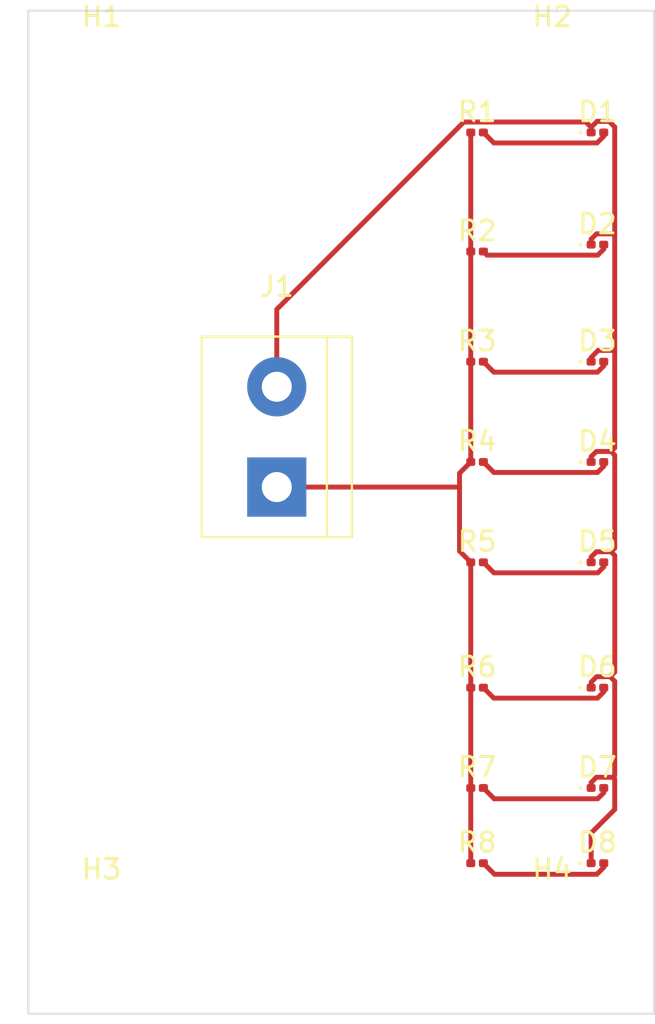
<source format=kicad_pcb>
(kicad_pcb (version 20211014) (generator pcbnew)
  (layers (0 "F.Cu" signal) (31 "B.Cu" signal) (34 "B.Paste" user) (35 "F.Paste" user) (36 "B.SilkS" user "B.Silkscreen") (37 "F.SilkS" user "F.Silkscreen") (38 "B.Mask" user) (39 "F.Mask" user) (44 "Edge.Cuts" user))
  (net 0 "")
  (net 1 "GND")
  (net 2 "Net-(D1-Pad2)")
  (net 3 "Net-(D2-Pad2)")
  (net 4 "Net-(D3-Pad2)")
  (net 5 "Net-(D4-Pad2)")
  (net 6 "Net-(D5-Pad2)")
  (net 7 "Net-(D6-Pad2)")
  (net 8 "Net-(D7-Pad2)")
  (net 9 "Net-(D8-Pad2)")
  (net 10 "VCC")
  (footprint "Resistor_SMD:R_0201_0603Metric" (layer "F.Cu") (at 107.95 128.09)
    (fp_text reference "R1" (at 0 -1.05) (layer "F.SilkS"))
    (fp_text value "330")
    (pad "1" smd roundrect (at -0.32 0) (size 0.46 0.4) (layers "F.Cu" "F.Mask") (net 10 "VCC"))
    (pad "2" smd roundrect (at 0.32 0) (size 0.46 0.4) (layers "F.Cu" "F.Mask") (net 2 "Net-(D1-Pad2)"))
  )
  (footprint "Resistor_SMD:R_0201_0603Metric" (layer "F.Cu") (at 107.95 139.7)
    (fp_text reference "R3" (at 0 -1.05) (layer "F.SilkS"))
    (fp_text value "330")
    (pad "1" smd roundrect (at -0.32 0) (size 0.46 0.4) (layers "F.Cu" "F.Mask") (net 10 "VCC"))
    (pad "2" smd roundrect (at 0.32 0) (size 0.46 0.4) (layers "F.Cu" "F.Mask") (net 4 "Net-(D3-Pad2)"))
  )
  (footprint "MountingHole:MountingHole_2.5mm" (layer "F.Cu") (at 111.76 125.73)
    (fp_text reference "H2" (at 0 -3.5) (layer "F.SilkS"))
    (fp_text value "MountingHole")
    (pad "" np_thru_hole circle (at 0 0) (size 2.5 2.5) (drill 2.5) (layers *.Cu *.Mask))
  )
  (footprint "Resistor_SMD:R_0201_0603Metric" (layer "F.Cu") (at 107.95 149.86)
    (fp_text reference "R5" (at 0 -1.05) (layer "F.SilkS"))
    (fp_text value "330")
    (pad "1" smd roundrect (at -0.32 0) (size 0.46 0.4) (layers "F.Cu" "F.Mask") (net 10 "VCC"))
    (pad "2" smd roundrect (at 0.32 0) (size 0.46 0.4) (layers "F.Cu" "F.Mask") (net 6 "Net-(D5-Pad2)"))
  )
  (footprint "LED_SMD:LED_0201_0603Metric" (layer "F.Cu") (at 114.055 161.29)
    (fp_text reference "D7" (at 0 -1.05) (layer "F.SilkS"))
    (fp_text value "LED")
    (fp_circle (center -0.86 0) (end -0.81 0) (layer "F.SilkS") (width 0.1) (fill none))
    (pad "1" smd roundrect (at -0.32 0) (size 0.46 0.4) (layers "F.Cu" "F.Mask") (net 1 "GND"))
    (pad "2" smd roundrect (at 0.32 0) (size 0.46 0.4) (layers "F.Cu" "F.Mask") (net 8 "Net-(D7-Pad2)"))
  )
  (footprint "LED_SMD:LED_0201_0603Metric" (layer "F.Cu") (at 114.055 165.1)
    (fp_text reference "D8" (at 0 -1.05) (layer "F.SilkS"))
    (fp_text value "LED")
    (fp_circle (center -0.86 0) (end -0.81 0) (layer "F.SilkS") (width 0.1) (fill none))
    (pad "1" smd roundrect (at -0.32 0) (size 0.46 0.4) (layers "F.Cu" "F.Mask") (net 1 "GND"))
    (pad "2" smd roundrect (at 0.32 0) (size 0.46 0.4) (layers "F.Cu" "F.Mask") (net 9 "Net-(D8-Pad2)"))
  )
  (footprint "Resistor_SMD:R_0201_0603Metric" (layer "F.Cu") (at 107.95 156.21)
    (fp_text reference "R6" (at 0 -1.05) (layer "F.SilkS"))
    (fp_text value "330")
    (pad "1" smd roundrect (at -0.32 0) (size 0.46 0.4) (layers "F.Cu" "F.Mask") (net 10 "VCC"))
    (pad "2" smd roundrect (at 0.32 0) (size 0.46 0.4) (layers "F.Cu" "F.Mask") (net 7 "Net-(D6-Pad2)"))
  )
  (footprint "LED_SMD:LED_0201_0603Metric" (layer "F.Cu") (at 114.055 133.77)
    (fp_text reference "D2" (at 0 -1.05) (layer "F.SilkS"))
    (fp_text value "LED")
    (fp_circle (center -0.86 0) (end -0.81 0) (layer "F.SilkS") (width 0.1) (fill none))
    (pad "1" smd roundrect (at -0.32 0) (size 0.46 0.4) (layers "F.Cu" "F.Mask") (net 1 "GND"))
    (pad "2" smd roundrect (at 0.32 0) (size 0.46 0.4) (layers "F.Cu" "F.Mask") (net 3 "Net-(D2-Pad2)"))
  )
  (footprint "Resistor_SMD:R_0201_0603Metric" (layer "F.Cu") (at 107.95 161.29)
    (fp_text reference "R7" (at 0 -1.05) (layer "F.SilkS"))
    (fp_text value "330")
    (pad "1" smd roundrect (at -0.32 0) (size 0.46 0.4) (layers "F.Cu" "F.Mask") (net 10 "VCC"))
    (pad "2" smd roundrect (at 0.32 0) (size 0.46 0.4) (layers "F.Cu" "F.Mask") (net 8 "Net-(D7-Pad2)"))
  )
  (footprint "Resistor_SMD:R_0201_0603Metric" (layer "F.Cu") (at 107.95 134.12)
    (fp_text reference "R2" (at 0 -1.05) (layer "F.SilkS"))
    (fp_text value "330")
    (pad "1" smd roundrect (at -0.32 0) (size 0.46 0.4) (layers "F.Cu" "F.Mask") (net 10 "VCC"))
    (pad "2" smd roundrect (at 0.32 0) (size 0.46 0.4) (layers "F.Cu" "F.Mask") (net 3 "Net-(D2-Pad2)"))
  )
  (footprint "LED_SMD:LED_0201_0603Metric" (layer "F.Cu") (at 114.055 156.21)
    (fp_text reference "D6" (at 0 -1.05) (layer "F.SilkS"))
    (fp_text value "LED")
    (fp_circle (center -0.86 0) (end -0.81 0) (layer "F.SilkS") (width 0.1) (fill none))
    (pad "1" smd roundrect (at -0.32 0) (size 0.46 0.4) (layers "F.Cu" "F.Mask") (net 1 "GND"))
    (pad "2" smd roundrect (at 0.32 0) (size 0.46 0.4) (layers "F.Cu" "F.Mask") (net 7 "Net-(D6-Pad2)"))
  )
  (footprint "LED_SMD:LED_0201_0603Metric" (layer "F.Cu") (at 114.055 139.7)
    (fp_text reference "D3" (at 0 -1.05) (layer "F.SilkS"))
    (fp_text value "LED")
    (fp_circle (center -0.86 0) (end -0.81 0) (layer "F.SilkS") (width 0.1) (fill none))
    (pad "1" smd roundrect (at -0.32 0) (size 0.46 0.4) (layers "F.Cu" "F.Mask") (net 1 "GND"))
    (pad "2" smd roundrect (at 0.32 0) (size 0.46 0.4) (layers "F.Cu" "F.Mask") (net 4 "Net-(D3-Pad2)"))
  )
  (footprint "MountingHole:MountingHole_2.5mm" (layer "F.Cu") (at 88.9 125.73)
    (fp_text reference "H1" (at 0 -3.5) (layer "F.SilkS"))
    (fp_text value "MountingHole")
    (pad "" np_thru_hole circle (at 0 0) (size 2.5 2.5) (drill 2.5) (layers *.Cu *.Mask))
  )
  (footprint "LED_SMD:LED_0201_0603Metric" (layer "F.Cu") (at 114.055 144.78)
    (fp_text reference "D4" (at 0 -1.05) (layer "F.SilkS"))
    (fp_text value "LED")
    (fp_circle (center -0.86 0) (end -0.81 0) (layer "F.SilkS") (width 0.1) (fill none))
    (pad "1" smd roundrect (at -0.32 0) (size 0.46 0.4) (layers "F.Cu" "F.Mask") (net 1 "GND"))
    (pad "2" smd roundrect (at 0.32 0) (size 0.46 0.4) (layers "F.Cu" "F.Mask") (net 5 "Net-(D4-Pad2)"))
  )
  (footprint "LED_SMD:LED_0201_0603Metric" (layer "F.Cu") (at 114.055 149.86)
    (fp_text reference "D5" (at 0 -1.05) (layer "F.SilkS"))
    (fp_text value "LED")
    (fp_circle (center -0.86 0) (end -0.81 0) (layer "F.SilkS") (width 0.1) (fill none))
    (pad "1" smd roundrect (at -0.32 0) (size 0.46 0.4) (layers "F.Cu" "F.Mask") (net 1 "GND"))
    (pad "2" smd roundrect (at 0.32 0) (size 0.46 0.4) (layers "F.Cu" "F.Mask") (net 6 "Net-(D5-Pad2)"))
  )
  (footprint "Resistor_SMD:R_0201_0603Metric" (layer "F.Cu") (at 107.95 165.1)
    (fp_text reference "R8" (at 0 -1.05) (layer "F.SilkS"))
    (fp_text value "330")
    (pad "1" smd roundrect (at -0.32 0) (size 0.46 0.4) (layers "F.Cu" "F.Mask") (net 10 "VCC"))
    (pad "2" smd roundrect (at 0.32 0) (size 0.46 0.4) (layers "F.Cu" "F.Mask") (net 9 "Net-(D8-Pad2)"))
  )
  (footprint "LED_SMD:LED_0201_0603Metric" (layer "F.Cu") (at 114.055 128.09)
    (fp_text reference "D1" (at 0 -1.05) (layer "F.SilkS"))
    (fp_text value "LED")
    (fp_circle (center -0.86 0) (end -0.81 0) (layer "F.SilkS") (width 0.1) (fill none))
    (pad "1" smd roundrect (at -0.32 0) (size 0.46 0.4) (layers "F.Cu" "F.Mask") (net 1 "GND"))
    (pad "2" smd roundrect (at 0.32 0) (size 0.46 0.4) (layers "F.Cu" "F.Mask") (net 2 "Net-(D1-Pad2)"))
  )
  (footprint "MountingHole:MountingHole_2.5mm" (layer "F.Cu") (at 88.9 168.91)
    (fp_text reference "H3" (at 0 -3.5) (layer "F.SilkS"))
    (fp_text value "MountingHole")
    (pad "" np_thru_hole circle (at 0 0) (size 2.5 2.5) (drill 2.5) (layers *.Cu *.Mask))
  )
  (footprint "TerminalBlock:TerminalBlock_bornier-2_P5.08mm" (layer "F.Cu") (at 97.79 146.05 90)
    (fp_text reference "J1" (at 10.16 0 180) (layer "F.SilkS"))
    (fp_text value "Screw_Terminal_01x02")
    (fp_line (start -2.54 3.81) (end 7.62 3.81) (layer "F.SilkS") (width 0.12))
    (fp_line (start 7.62 3.81) (end 7.62 -3.81) (layer "F.SilkS") (width 0.12))
    (fp_line (start 7.62 2.54) (end -2.54 2.54) (layer "F.SilkS") (width 0.12))
    (fp_line (start -2.54 -3.81) (end -2.54 3.81) (layer "F.SilkS") (width 0.12))
    (fp_line (start 7.62 -3.81) (end -2.54 -3.81) (layer "F.SilkS") (width 0.12))
    (pad "1" thru_hole rect (at 0 0 90) (size 3 3) (drill 1.52) (layers *.Cu *.Mask) (net 10 "VCC"))
    (pad "2" thru_hole circle (at 5.08 0 90) (size 3 3) (drill 1.52) (layers *.Cu *.Mask) (net 1 "GND"))
  )
  (footprint "MountingHole:MountingHole_2.5mm" (layer "F.Cu") (at 111.76 168.91)
    (fp_text reference "H4" (at 0 -3.5) (layer "F.SilkS"))
    (fp_text value "MountingHole")
    (pad "" np_thru_hole circle (at 0 0) (size 2.5 2.5) (drill 2.5) (layers *.Cu *.Mask))
  )
  (footprint "Resistor_SMD:R_0201_0603Metric" (layer "F.Cu") (at 107.95 144.78)
    (fp_text reference "R4" (at 0 -1.05) (layer "F.SilkS"))
    (fp_text value "330")
    (pad "1" smd roundrect (at -0.32 0) (size 0.46 0.4) (layers "F.Cu" "F.Mask") (net 10 "VCC"))
    (pad "2" smd roundrect (at 0.32 0) (size 0.46 0.4) (layers "F.Cu" "F.Mask") (net 5 "Net-(D4-Pad2)"))
  )
  (gr_line (start 116.94 121.92) (end 116.94 172.72) (layer "Edge.Cuts") (width 0.1))
  (gr_line (start 85.19 121.92) (end 116.94 121.92) (layer "Edge.Cuts") (width 0.1))
  (gr_line (start 116.94 172.72) (end 85.19 172.72) (layer "Edge.Cuts") (width 0.1))
  (gr_line (start 85.19 172.72) (end 85.19 121.92) (layer "Edge.Cuts") (width 0.1))
  (segment (start 113.735 133.4962) (end 113.735 133.77) (width 0.25) (layer "F.Cu") (net 1))
  (segment (start 113.735 127.8272) (end 113.4701 127.5623) (width 0.25) (layer "F.Cu") (net 1))
  (segment (start 114.7013 155.6542) (end 114.9308 155.8837) (width 0.25) (layer "F.Cu") (net 1))
  (segment (start 113.735 156.21) (end 113.735 155.932) (width 0.25) (layer "F.Cu") (net 1))
  (segment (start 114.9308 160.6569) (end 114.8402 160.7475) (width 0.25) (layer "F.Cu") (net 1))
  (segment (start 114.0047 133.2265) (end 113.735 133.4962) (width 0.25) (layer "F.Cu") (net 1))
  (segment (start 113.735 155.932) (end 114.0128 155.6542) (width 0.25) (layer "F.Cu") (net 1))
  (segment (start 113.4701 127.5623) (end 107.2777 127.5623) (width 0.25) (layer "F.Cu") (net 1))
  (segment (start 114.9308 155.8837) (end 114.9308 160.6569) (width 0.25) (layer "F.Cu") (net 1))
  (segment (start 114.9308 127.8127) (end 114.9308 133.2265) (width 0.25) (layer "F.Cu") (net 1))
  (segment (start 113.735 139.4846) (end 113.735 139.7) (width 0.25) (layer "F.Cu") (net 1))
  (segment (start 114.9361 155.4194) (end 114.7013 155.6542) (width 0.25) (layer "F.Cu") (net 1))
  (segment (start 113.735 144.78) (end 113.735 144.5133) (width 0.25) (layer "F.Cu") (net 1))
  (segment (start 113.735 163.5738) (end 113.735 165.1) (width 0.25) (layer "F.Cu") (net 1))
  (segment (start 114.8402 160.7475) (end 114.9308 160.8381) (width 0.25) (layer "F.Cu") (net 1))
  (segment (start 113.735 161.29) (end 113.735 161.0187) (width 0.25) (layer "F.Cu") (net 1))
  (segment (start 107.2777 127.5623) (end 97.79 137.05) (width 0.25) (layer "F.Cu") (net 1))
  (segment (start 114.9308 139.1259) (end 114.0937 139.1259) (width 0.25) (layer "F.Cu") (net 1))
  (segment (start 97.79 137.05) (end 97.79 140.97) (width 0.25) (layer "F.Cu") (net 1))
  (segment (start 114.0016 144.2467) (end 114.7487 144.2467) (width 0.25) (layer "F.Cu") (net 1))
  (segment (start 114.0018 149.3263) (end 114.7482 149.3263) (width 0.25) (layer "F.Cu") (net 1))
  (segment (start 114.0334 127.5288) (end 114.6469 127.5288) (width 0.25) (layer "F.Cu") (net 1))
  (segment (start 114.9361 149.5142) (end 114.9361 155.4194) (width 0.25) (layer "F.Cu") (net 1))
  (segment (start 114.6469 127.5288) (end 114.9308 127.8127) (width 0.25) (layer "F.Cu") (net 1))
  (segment (start 113.735 128.09) (end 113.735 127.8272) (width 0.25) (layer "F.Cu") (net 1))
  (segment (start 114.7487 144.2467) (end 114.9326 144.4306) (width 0.25) (layer "F.Cu") (net 1))
  (segment (start 114.9308 160.8381) (end 114.9308 162.378) (width 0.25) (layer "F.Cu") (net 1))
  (segment (start 114.7482 149.3263) (end 114.9361 149.5142) (width 0.25) (layer "F.Cu") (net 1))
  (segment (start 113.735 149.5931) (end 114.0018 149.3263) (width 0.25) (layer "F.Cu") (net 1))
  (segment (start 113.735 144.5133) (end 114.0016 144.2467) (width 0.25) (layer "F.Cu") (net 1))
  (segment (start 114.0937 139.1259) (end 113.735 139.4846) (width 0.25) (layer "F.Cu") (net 1))
  (segment (start 114.9308 162.378) (end 113.735 163.5738) (width 0.25) (layer "F.Cu") (net 1))
  (segment (start 113.735 161.0187) (end 114.0062 160.7475) (width 0.25) (layer "F.Cu") (net 1))
  (segment (start 114.9308 139.1259) (end 114.9308 144.0646) (width 0.25) (layer "F.Cu") (net 1))
  (segment (start 114.9308 144.0646) (end 114.7487 144.2467) (width 0.25) (layer "F.Cu") (net 1))
  (segment (start 114.0062 160.7475) (end 114.8402 160.7475) (width 0.25) (layer "F.Cu") (net 1))
  (segment (start 113.735 127.8272) (end 114.0334 127.5288) (width 0.25) (layer "F.Cu") (net 1))
  (segment (start 114.9326 144.4306) (end 114.9326 149.1419) (width 0.25) (layer "F.Cu") (net 1))
  (segment (start 114.9308 133.2265) (end 114.9308 139.1259) (width 0.25) (layer "F.Cu") (net 1))
  (segment (start 114.9308 133.2265) (end 114.0047 133.2265) (width 0.25) (layer "F.Cu") (net 1))
  (segment (start 114.9326 149.1419) (end 114.7482 149.3263) (width 0.25) (layer "F.Cu") (net 1))
  (segment (start 113.735 149.86) (end 113.735 149.5931) (width 0.25) (layer "F.Cu") (net 1))
  (segment (start 114.0128 155.6542) (end 114.7013 155.6542) (width 0.25) (layer "F.Cu") (net 1))
  (segment (start 114.375 128.09) (end 114.375 128.2829) (width 0.25) (layer "F.Cu") (net 2))
  (segment (start 114.375 128.2829) (end 114.0365 128.6214) (width 0.25) (layer "F.Cu") (net 2))
  (segment (start 114.0365 128.6214) (end 108.8014 128.6214) (width 0.25) (layer "F.Cu") (net 2))
  (segment (start 108.8014 128.6214) (end 108.27 128.09) (width 0.25) (layer "F.Cu") (net 2))
  (segment (start 114.0744 134.3025) (end 108.4525 134.3025) (width 0.25) (layer "F.Cu") (net 3))
  (segment (start 108.4525 134.3025) (end 108.27 134.12) (width 0.25) (layer "F.Cu") (net 3))
  (segment (start 114.375 133.77) (end 114.375 134.0019) (width 0.25) (layer "F.Cu") (net 3))
  (segment (start 114.375 134.0019) (end 114.0744 134.3025) (width 0.25) (layer "F.Cu") (net 3))
  (segment (start 114.375 139.7) (end 114.375 139.916) (width 0.25) (layer "F.Cu") (net 4))
  (segment (start 114.375 139.916) (end 114.061 140.23) (width 0.25) (layer "F.Cu") (net 4))
  (segment (start 114.061 140.23) (end 108.8 140.23) (width 0.25) (layer "F.Cu") (net 4))
  (segment (start 108.8 140.23) (end 108.27 139.7) (width 0.25) (layer "F.Cu") (net 4))
  (segment (start 114.375 144.78) (end 114.375 144.996) (width 0.25) (layer "F.Cu") (net 5))
  (segment (start 114.375 144.996) (end 114.061 145.31) (width 0.25) (layer "F.Cu") (net 5))
  (segment (start 108.8 145.31) (end 108.27 144.78) (width 0.25) (layer "F.Cu") (net 5))
  (segment (start 114.061 145.31) (end 108.8 145.31) (width 0.25) (layer "F.Cu") (net 5))
  (segment (start 114.375 149.86) (end 114.375 150.0935) (width 0.25) (layer "F.Cu") (net 6))
  (segment (start 114.375 150.0935) (end 114.0734 150.3951) (width 0.25) (layer "F.Cu") (net 6))
  (segment (start 114.0734 150.3951) (end 108.8051 150.3951) (width 0.25) (layer "F.Cu") (net 6))
  (segment (start 108.8051 150.3951) (end 108.27 149.86) (width 0.25) (layer "F.Cu") (net 6))
  (segment (start 114.061 156.74) (end 108.8 156.74) (width 0.25) (layer "F.Cu") (net 7))
  (segment (start 114.375 156.21) (end 114.375 156.426) (width 0.25) (layer "F.Cu") (net 7))
  (segment (start 114.375 156.426) (end 114.061 156.74) (width 0.25) (layer "F.Cu") (net 7))
  (segment (start 108.8 156.74) (end 108.27 156.21) (width 0.25) (layer "F.Cu") (net 7))
  (segment (start 114.375 161.531) (end 114.0688 161.8372) (width 0.25) (layer "F.Cu") (net 8))
  (segment (start 108.8172 161.8372) (end 108.27 161.29) (width 0.25) (layer "F.Cu") (net 8))
  (segment (start 114.375 161.29) (end 114.375 161.531) (width 0.25) (layer "F.Cu") (net 8))
  (segment (start 114.0688 161.8372) (end 108.8172 161.8372) (width 0.25) (layer "F.Cu") (net 8))
  (segment (start 114.375 165.1) (end 114.375 165.3099) (width 0.25) (layer "F.Cu") (net 9))
  (segment (start 108.8313 165.6613) (end 108.27 165.1) (width 0.25) (layer "F.Cu") (net 9))
  (segment (start 114.0236 165.6613) (end 108.8313 165.6613) (width 0.25) (layer "F.Cu") (net 9))
  (segment (start 114.375 165.3099) (end 114.0236 165.6613) (width 0.25) (layer "F.Cu") (net 9))
  (segment (start 97.79 146.05) (end 99.6153 146.05) (width 0.25) (layer "F.Cu") (net 10))
  (segment (start 107.0593 145.3507) (end 107.0593 146.05) (width 0.25) (layer "F.Cu") (net 10))
  (segment (start 107.63 134.12) (end 107.63 139.7) (width 0.25) (layer "F.Cu") (net 10))
  (segment (start 107.63 156.21) (end 107.63 161.29) (width 0.25) (layer "F.Cu") (net 10))
  (segment (start 107.63 161.29) (end 107.63 165.1) (width 0.25) (layer "F.Cu") (net 10))
  (segment (start 99.6153 146.05) (end 107.0593 146.05) (width 0.25) (layer "F.Cu") (net 10))
  (segment (start 107.63 149.86) (end 107.63 156.21) (width 0.25) (layer "F.Cu") (net 10))
  (segment (start 107.63 139.7) (end 107.63 144.78) (width 0.25) (layer "F.Cu") (net 10))
  (segment (start 107.0593 146.05) (end 107.0593 149.2893) (width 0.25) (layer "F.Cu") (net 10))
  (segment (start 107.63 144.78) (end 107.0593 145.3507) (width 0.25) (layer "F.Cu") (net 10))
  (segment (start 107.63 128.09) (end 107.63 134.12) (width 0.25) (layer "F.Cu") (net 10))
  (segment (start 107.0593 149.2893) (end 107.63 149.86) (width 0.25) (layer "F.Cu") (net 10))
)
</source>
